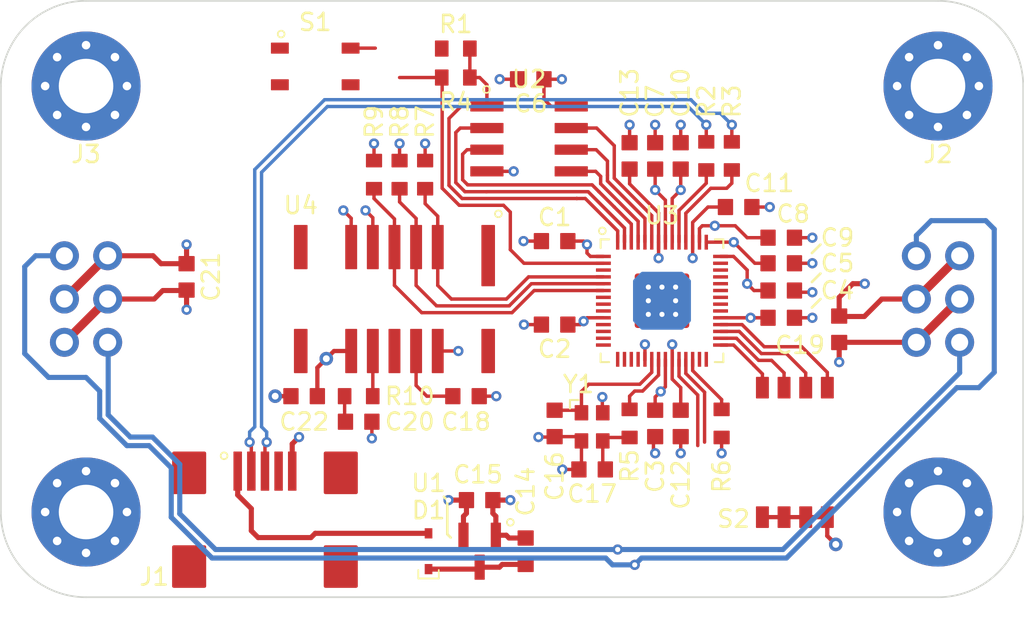
<source format=kicad_pcb>
(kicad_pcb (version 20220131) (generator pcbnew)
  (layers (0 "F.Cu" signal) (1 "In1.Cu" power) (2 "In2.Cu" power) (31 "B.Cu" signal) (34 "B.Paste" user) (35 "F.Paste" user) (36 "B.SilkS" user "B.Silkscreen") (37 "F.SilkS" user "F.Silkscreen") (38 "B.Mask" user) (39 "F.Mask" user) (44 "Edge.Cuts" user))
  (net 0 "")
  (net 1 "+3V3")
  (net 2 "GND")
  (net 3 "Net-(D1-K)")
  (net 4 "/VCORE")
  (net 5 "Net-(U3-XIN)")
  (net 6 "/DVDD")
  (net 7 "Net-(C20-Pad1)")
  (net 8 "/VBUS")
  (net 9 "/USB_DN")
  (net 10 "/USB_DP")
  (net 13 "/I2C_EXT_SDA")
  (net 14 "/I2C_EXT_SCL")
  (net 15 "/SPI_~{CS}")
  (net 16 "Net-(U3-USB_DP)")
  (net 17 "Net-(U3-USB_DM)")
  (net 18 "/~{BOOT}")
  (net 19 "Net-(U3-XOUT)")
  (net 20 "Net-(U3-RUN)")
  (net 21 "/I2C_INT_SDA")
  (net 22 "/I2C_INT_SCL")
  (net 23 "/I2C_INT_INT")
  (net 24 "/AVDD")
  (net 25 "/SPI_SD1")
  (net 26 "/SPI_SD2")
  (net 27 "/SPI_SD0")
  (net 28 "/SPI_SCLK")
  (net 29 "/SPI_SD3")
  (net 42 "/SWCLK")
  (net 43 "/SWDIO")
  (net 58 "Net-(C17-Pad1)")
  (net 59 "/ADDR_0")
  (net 60 "/ADDR_1")
  (net 61 "/ADDR_2")
  (net 62 "/ADDR_3")
  (footprint "00_pwt-temp_lib:C_0603" (layer "F.Cu") (at 155.8 77)
    (fp_text reference "C5")
    (fp_text value "100n" hide)
  )
  (footprint "00_pwt-temp_lib:R_0603" (layer "F.Cu") (at 131.9 70.2 -90)
    (fp_text reference "R9")
    (fp_text value "10k" hide)
  )
  (footprint "00_pwt-temp_lib:SOD_323" (layer "F.Cu") (at 135.1 92.3 90)
    (fp_text reference "D1")
    (fp_text value "D_SCH_40V_0.25A" hide)
  )
  (footprint "MountingHole:MountingHole_3.2mm_M3_Pad_Via" (layer "F.Cu") (at 165 65)
    (fp_text reference "H4" hide)
    (fp_text value "MountingHole_Pad" hide)
  )
  (footprint "00_pwt-temp_lib:MECH_BTN_SMD_SMALL" (layer "F.Cu") (at 128.45 63.85)
    (fp_text reference "S1")
    (fp_text value "MECH_BTN_SMD_SMALL" hide)
  )
  (footprint "00_pwt-temp_lib:C_0603" (layer "F.Cu") (at 138.1 89.3)
    (fp_text reference "C15")
    (fp_text value "1u" hide)
  )
  (footprint "00_pwt-temp_lib:C_0603" (layer "F.Cu") (at 120.9 76.2 -90)
    (fp_text reference "C21")
    (fp_text value "100n" hide)
  )
  (footprint "00_pwt-temp_lib:C_0603" (layer "F.Cu") (at 159.2 79.275 -90)
    (fp_text reference "C19")
    (fp_text value "100n" hide)
  )
  (footprint "00_pwt-temp_lib:C_0603" (layer "F.Cu") (at 140.8 92.3 90)
    (fp_text reference "C14")
    (fp_text value "1u" hide)
  )
  (footprint "00_pwt-temp_lib:C_0603" (layer "F.Cu") (at 142.5 84.8 -90)
    (fp_text reference "C16")
    (fp_text value "18p" hide)
  )
  (footprint "00_pwt-temp_lib:C_0603" (layer "F.Cu") (at 149.9 84.8 -90)
    (fp_text reference "C12")
    (fp_text value "100n" hide)
  )
  (footprint "00_pwt-temp_lib:C_0603" (layer "F.Cu") (at 153.3 72.1)
    (fp_text reference "C11")
    (fp_text value "1u" hide)
  )
  (footprint "00_pwt-temp_lib:CON_PH_2.54MM_2x3_VERT" (layer "F.Cu") (at 115 77.5)
    (fp_text reference "J3")
    (fp_text value "CON_PH_2.54MM_2x3_VERT" hide)
  )
  (footprint "00_pwt-temp_lib:OSC_ABM10" (layer "F.Cu") (at 144.7 85 90)
    (fp_text reference "Y1")
    (fp_text value "OSC_ABM10-12.000MHZ" hide)
  )
  (footprint "MountingHole:MountingHole_3.2mm_M3_Pad_Via" (layer "F.Cu") (at 115 65)
    (fp_text reference "H1" hide)
    (fp_text value "MountingHole_Pad" hide)
  )
  (footprint "MountingHole:MountingHole_3.2mm_M3_Pad_Via" (layer "F.Cu") (at 165 90)
    (fp_text reference "H3" hide)
    (fp_text value "MountingHole_Pad" hide)
  )
  (footprint "00_pwt-temp_lib:R_0603" (layer "F.Cu") (at 151.4 69.1 -90)
    (fp_text reference "R2")
    (fp_text value "27.4R" hide)
  )
  (footprint "00_pwt-temp_lib:C_0603" (layer "F.Cu") (at 155.8 78.6)
    (fp_text reference "C4")
    (fp_text value "100n" hide)
  )
  (footprint "00_pwt-temp_lib:R_0603" (layer "F.Cu") (at 152.3 84.8 90)
    (fp_text reference "R6")
    (fp_text value "10k" hide)
  )
  (footprint "00_pwt-temp_lib:C_0603" (layer "F.Cu") (at 146.9 69.1 90)
    (fp_text reference "C13")
    (fp_text value "100n" hide)
  )
  (footprint "00_pwt-temp_lib:R_0603" (layer "F.Cu") (at 152.9 69.1 -90)
    (fp_text reference "R3")
    (fp_text value "27.4R" hide)
  )
  (footprint "00_pwt-temp_lib:R_0603" (layer "F.Cu") (at 133.4 70.2 -90)
    (fp_text reference "R8")
    (fp_text value "10k" hide)
  )
  (footprint "00_pwt-temp_lib:C_0603" (layer "F.Cu") (at 142.5 79 180)
    (fp_text reference "C2")
    (fp_text value "100n" hide)
  )
  (footprint "00_pwt-temp_lib:IC_RP2040" (layer "F.Cu") (at 148.8 77.6)
    (fp_text reference "U3")
    (fp_text value "IC_RP2040" hide)
  )
  (footprint "00_pwt-temp_lib:R_0603" (layer "F.Cu") (at 131 83.2)
    (fp_text reference "R10")
    (fp_text value "20R" hide)
  )
  (footprint "00_pwt-temp_lib:IC_W25Q16JV" (layer "F.Cu") (at 141 68.1)
    (fp_text reference "U2")
    (fp_text value "IC_W25Q16JV" hide)
  )
  (footprint "00_pwt-temp_lib:CON_PH_2.54MM_2x3_VERT" (layer "F.Cu") (at 165 77.5)
    (fp_text reference "J2")
    (fp_text value "CON_PH_2.54MM_2x3_VERT" hide)
  )
  (footprint "00_pwt-temp_lib:MECH_SW_DIP4_SMD" (layer "F.Cu") (at 156.6 86.5 180)
    (fp_text reference "S2")
    (fp_text value "MECH_SW_DIP4_SMD" hide)
  )
  (footprint "00_pwt-temp_lib:C_0603" (layer "F.Cu") (at 137.3 83.2)
    (fp_text reference "C18")
    (fp_text value "1u" hide)
  )
  (footprint "MountingHole:MountingHole_3.2mm_M3_Pad_Via" (layer "F.Cu") (at 115 90)
    (fp_text reference "H2" hide)
    (fp_text value "MountingHole_Pad" hide)
  )
  (footprint "00_pwt-temp_lib:SOT_23_3" (layer "F.Cu") (at 138.1 92.3 -90)
    (fp_text reference "U1")
    (fp_text value "PMIC_LDO_3V3_0.2A" hide)
  )
  (footprint "00_pwt-temp_lib:R_0603" (layer "F.Cu") (at 146.9 84.8 90)
    (fp_text reference "R5")
    (fp_text value "1k" hide)
  )
  (footprint "00_pwt-temp_lib:C_0603" (layer "F.Cu") (at 155.8 73.9)
    (fp_text reference "C8")
    (fp_text value "1u" hide)
  )
  (footprint "00_pwt-temp_lib:R_0603" (layer "F.Cu") (at 134.9 70.2 -90)
    (fp_text reference "R7")
    (fp_text value "10k" hide)
  )
  (footprint "00_pwt-temp_lib:IC_AMG8834" (layer "F.Cu") (at 133.1 77.5 180)
    (fp_text reference "U4")
    (fp_text value "IC_AMG8834" hide)
  )
  (footprint "00_pwt-temp_lib:C_0603" (layer "F.Cu") (at 149.9 69.1 90)
    (fp_text reference "C10")
    (fp_text value "100n" hide)
  )
  (footprint "00_pwt-temp_lib:R_0603" (layer "F.Cu") (at 136.7 64.5 180)
    (fp_text reference "R4")
    (fp_text value "1k" hide)
  )
  (footprint "00_pwt-temp_lib:C_0603" (layer "F.Cu") (at 148.4 84.8 -90)
    (fp_text reference "C3")
    (fp_text value "100nF" hide)
  )
  (footprint "00_pwt-temp_lib:C_0603" (layer "F.Cu") (at 141.1 64.6 180)
    (fp_text reference "C6")
    (fp_text value "100nF" hide)
  )
  (footprint "00_pwt-temp_lib:C_0603" (layer "F.Cu") (at 131 84.7)
    (fp_text reference "C20")
    (fp_text value "1u" hide)
  )
  (footprint "00_pwt-temp_lib:R_0603" (layer "F.Cu") (at 136.7 62.8)
    (fp_text reference "R1")
    (fp_text value "10k" hide)
  )
  (footprint "00_pwt-temp_lib:C_0603" (layer "F.Cu") (at 127.8 83.2 180)
    (fp_text reference "C22")
    (fp_text value "10u" hide)
  )
  (footprint "00_pwt-temp_lib:CON_USB_B_MINI" (layer "F.Cu") (at 125.5 96.1 90)
    (fp_text reference "J1")
    (fp_text value "CON_USB_B_MINI" hide)
  )
  (footprint "00_pwt-temp_lib:C_0603" (layer "F.Cu") (at 142.5 74.1 180)
    (fp_text reference "C1")
    (fp_text value "100n" hide)
  )
  (footprint "00_pwt-temp_lib:C_0603" (layer "F.Cu") (at 155.8 75.4)
    (fp_text reference "C9")
    (fp_text value "100n" hide)
  )
  (footprint "00_pwt-temp_lib:C_0603" (layer "F.Cu") (at 144.7 87.5 180)
    (fp_text reference "C17")
    (fp_text value "18p" hide)
  )
  (footprint "00_pwt-temp_lib:C_0603" (layer "F.Cu") (at 148.4 69.1 90)
    (fp_text reference "C7")
    (fp_text value "100n" hide)
  )
  (gr_line (start 136.2 89.3) (end 136 89.1) (stroke (width 0.15)) (layer "F.SilkS"))
  (gr_line (start 136.2 91.3) (end 136.4 91.5) (stroke (width 0.15)) (layer "F.SilkS"))
  (gr_line (start 158.1 74.3) (end 157.6 74.8) (stroke (width 0.15)) (layer "F.SilkS"))
  (gr_line (start 136.2 89.3) (end 136.2 90.6) (stroke (width 0.15)) (layer "F.SilkS"))
  (gr_line (start 158.1 77.5) (end 157.6 78) (stroke (width 0.15)) (layer "F.SilkS"))
  (gr_line (start 158.1 76) (end 157.6 76.5) (stroke (width 0.15)) (layer "F.SilkS"))
  (gr_line (start 136.2 90.6) (end 136.2 91.3) (stroke (width 0.15)) (layer "F.SilkS"))
  (gr_line (start 110 65) (end 110 90) (stroke (width 0.1)) (layer "Edge.Cuts"))
  (gr_line (start 115 95) (end 165 95) (stroke (width 0.1)) (layer "Edge.Cuts"))
  (gr_arc (start 170 90) (mid 168.535534 93.535534) (end 165 95) (stroke (width 0.1)) (layer "Edge.Cuts"))
  (gr_arc (start 110 65) (mid 111.464466 61.464466) (end 115 60) (stroke (width 0.1)) (layer "Edge.Cuts"))
  (gr_arc (start 115 95) (mid 111.464466 93.535534) (end 110 90) (stroke (width 0.1)) (layer "Edge.Cuts"))
  (gr_arc (start 165 60) (mid 168.535534 61.464466) (end 170 65) (stroke (width 0.1)) (layer "Edge.Cuts"))
  (gr_line (start 170 90) (end 170 65) (stroke (width 0.1)) (layer "Edge.Cuts"))
  (gr_line (start 165 60) (end 115 60) (stroke (width 0.1)) (layer "Edge.Cuts"))
  (segment (start 120.9 75.425) (end 119.4 75.425) (width 0.3) (layer "F.Cu") (net 1))
  (segment (start 144.2 74.1) (end 143.275 74.1) (width 0.2) (layer "F.Cu") (net 1))
  (segment (start 133.4 69.4) (end 133.4 68.375) (width 0.2) (layer "F.Cu") (net 1))
  (segment (start 148.4 83.25) (end 148.4 84.025) (width 0.2) (layer "F.Cu") (net 1))
  (segment (start 153.8 75.8) (end 153.8 76.6) (width 0.2) (layer "F.Cu") (net 1))
  (segment (start 153.0125 74.1625) (end 154.25 75.4) (width 0.2) (layer "F.Cu") (net 1))
  (segment (start 153.1 73.2) (end 153.8 73.9) (width 0.2) (layer "F.Cu") (net 1))
  (segment (start 120.9 75.425) (end 120.9 74.3) (width 0.3) (layer "F.Cu") (net 1))
  (segment (start 166.27 74.96) (end 163.73 77.5) (width 0.5) (layer "F.Cu") (net 1))
  (segment (start 113.73 77.5) (end 116.27 74.96) (width 0.5) (layer "F.Cu") (net 1))
  (segment (start 142.295 66.195) (end 141.875 65.775) (width 0.2) (layer "F.Cu") (net 1))
  (segment (start 149 74.1625) (end 149 71.7) (width 0.2) (layer "F.Cu") (net 1))
  (segment (start 151.4 74.1625) (end 152.7625 74.1625) (width 0.2) (layer "F.Cu") (net 1))
  (segment (start 144.4 74.8) (end 144.4 74.3) (width 0.2) (layer "F.Cu") (net 1))
  (segment (start 137.325 90.075) (end 137.15 90.25) (width 0.3) (layer "F.Cu") (net 1))
  (segment (start 152.3 85.6) (end 152.3 86.55) (width 0.2) (layer "F.Cu") (net 1))
  (segment (start 151 74.1625) (end 151 73.365006) (width 0.2) (layer "F.Cu") (net 1))
  (segment (start 151.9 73.2) (end 153.1 73.2) (width 0.2) (layer "F.Cu") (net 1))
  (segment (start 131.9 69.4) (end 131.9 68.375) (width 0.2) (layer "F.Cu") (net 1))
  (segment (start 153.8 76.6) (end 154.2 77) (width 0.2) (layer "F.Cu") (net 1))
  (segment (start 128.575 83.2) (end 128.575 81.525) (width 0.25) (layer "F.Cu") (net 1))
  (segment (start 145.3625 75) (end 144.6 75) (width 0.2) (layer "F.Cu") (net 1))
  (segment (start 128.575 81.525) (end 129.1 81) (width 0.25) (layer "F.Cu") (net 1))
  (segment (start 160.675 78.525) (end 161.7 77.5) (width 0.3) (layer "F.Cu") (net 1))
  (segment (start 149.9 71.1) (end 149.9 69.875) (width 0.2) (layer "F.Cu") (net 1))
  (segment (start 159.2 77.4) (end 159.2 78.525) (width 0.3) (layer "F.Cu") (net 1))
  (segment (start 152.7625 74.1625) (end 153.0125 74.1625) (width 0.2) (layer "F.Cu") (net 1))
  (segment (start 134.9 69.4) (end 134.9 68.375) (width 0.2) (layer "F.Cu") (net 1))
  (segment (start 154.2 77) (end 155.025 77) (width 0.2) (layer "F.Cu") (net 1))
  (segment (start 144.4 78.6) (end 145.3625 78.6) (width 0.2) (layer "F.Cu") (net 1))
  (segment (start 116.27 74.96) (end 118.935 74.96) (width 0.3) (layer "F.Cu") (net 1))
  (segment (start 137.1 91.1) (end 137.2 91) (width 0.2) (layer "F.Cu") (net 1))
  (segment (start 159.2 78.525) (end 160.675 78.525) (width 0.3) (layer "F.Cu") (net 1))
  (segment (start 148.725 82.925) (end 148.4 83.25) (width 0.2) (layer "F.Cu") (net 1))
  (segment (start 144.4 74.3) (end 144.2 74.1) (width 0.2) (layer "F.Cu") (net 1))
  (segment (start 148.4 71.1) (end 148.4 69.875) (width 0.2) (layer "F.Cu") (net 1))
  (segment (start 161.7 77.5) (end 163.73 77.5) (width 0.3) (layer "F.Cu") (net 1))
  (segment (start 137.3 89.3) (end 136.275 89.3) (width 0.2) (layer "F.Cu") (net 1))
  (segment (start 141.9 64.6) (end 142.925 64.6) (width 0.2) (layer "F.Cu") (net 1))
  (segment (start 153.8 73.9) (end 155.025 73.9) (width 0.2) (layer "F.Cu") (net 1))
  (segment (start 137.15 91.05) (end 137.15 91.3625) (width 0.3) (layer "F.Cu") (net 1))
  (segment (start 118.935 74.96) (end 119.4 75.425) (width 0.3) (layer "F.Cu") (net 1))
  (segment (start 160 76.6) (end 159.2 77.4) (width 0.3) (layer "F.Cu") (net 1))
  (segment (start 160.7 76.6) (end 160 76.6) (width 0.3) (layer "F.Cu") (net 1))
  (segment (start 149 82.65) (end 148.725 82.925) (width 0.2) (layer "F.Cu") (net 1))
  (segment (start 143.475 66.195) (end 142.295 66.195) (width 0.2) (layer "F.Cu") (net 1))
  (segment (start 149.4 71.6) (end 149.9 71.1) (width 0.2) (layer "F.Cu") (net 1))
  (segment (start 154 78.6) (end 152.2375 78.6) (width 0.2) (layer "F.Cu") (net 1))
  (segment (start 149.4 74.1625) (end 149.4 71.6) (width 0.2) (layer "F.Cu") (net 1))
  (segment (start 149 81.0375) (end 149 82.65) (width 0.2) (layer "F.Cu") (net 1))
  (segment (start 141.875 65.775) (end 141.875 64.6) (width 0.2) (layer "F.Cu") (net 1))
  (segment (start 137.325 89.3) (end 136.275 89.3) (width 0.3) (layer "F.Cu") (net 1))
  (segment (start 144.6 75) (end 144.4 74.8) (width 0.2) (layer "F.Cu") (net 1))
  (segment (start 144.2 78.8) (end 144.4 78.6) (width 0.2) (layer "F.Cu") (net 1))
  (segment (start 137.1 91.4125) (end 137.1 91.1) (width 0.2) (layer "F.Cu") (net 1))
  (segment (start 153 75) (end 153.8 75.8) (width 0.2) (layer "F.Cu") (net 1))
  (segment (start 151.165006 73.2) (end 151.9 73.2) (width 0.2) (layer "F.Cu") (net 1))
  (segment (start 154.25 75.4) (end 155.025 75.4) (width 0.2) (layer "F.Cu") (net 1))
  (segment (start 152.2375 75) (end 153 75) (width 0.2) (layer "F.Cu") (net 1))
  (segment (start 144 79) (end 144.2 78.8) (width 0.2) (layer "F.Cu") (net 1))
  (segment (start 129.1 81) (end 129.55 80.55) (width 0.25) (layer "F.Cu") (net 1))
  (segment (start 143.275 79) (end 144 79) (width 0.2) (layer "F.Cu") (net 1))
  (segment (start 137.325 89.3) (end 137.325 90.075) (width 0.3) (layer "F.Cu") (net 1))
  (segment (start 151 73.365006) (end 151.165006 73.2) (width 0.2) (layer "F.Cu") (net 1))
  (segment (start 129.55 80.55) (end 130.56 80.55) (width 0.25) (layer "F.Cu") (net 1))
  (segment (start 137.2 91) (end 137.15 91.05) (width 0.3) (layer "F.Cu") (net 1))
  (segment (start 137.15 90.25) (end 137.15 91.3625) (width 0.3) (layer "F.Cu") (net 1))
  (segment (start 149 71.7) (end 148.4 71.1) (width 0.2) (layer "F.Cu") (net 1))
  (segment (start 135.64 80.55) (end 136.85 80.55) (width 0.2) (layer "F.Cu") (net 1))
  (segment (start 155.025 78.6) (end 154 78.6) (width 0.2) (layer "F.Cu") (net 1))
  (via (at 148.4 71.1) (size 0.6) (drill 0.3) (layers "F.Cu" "B.Cu") (net 1))
  (via (at 131.9 68.375) (size 0.6) (drill 0.3) (layers "F.Cu" "B.Cu") (net 1))
  (via (at 129.1 81) (size 0.8) (drill 0.4) (layers "F.Cu" "B.Cu") (net 1))
  (via (at 120.9 74.3) (size 0.6) (drill 0.3) (layers "F.Cu" "B.Cu") (net 1))
  (via (at 142.925 64.6) (size 0.6) (drill 0.3) (layers "F.Cu" "B.Cu") (net 1))
  (via (at 151.9 73.2) (size 0.6) (drill 0.3) (layers "F.Cu" "B.Cu") (net 1))
  (via (at 160.7 76.6) (size 0.6) (drill 0.3) (layers "F.Cu" "B.Cu") (net 1))
  (via (at 144.2 78.8) (size 0.6) (drill 0.3) (layers "F.Cu" "B.Cu") (net 1))
  (via (at 133.4 68.375) (size 0.6) (drill 0.3) (layers "F.Cu" "B.Cu") (net 1))
  (via (at 148.725 82.925) (size 0.6) (drill 0.3) (layers "F.Cu" "B.Cu") (net 1))
  (via (at 153.0125 74.1625) (size 0.6) (drill 0.3) (layers "F.Cu" "B.Cu") (net 1))
  (via (at 136.275 89.3) (size 0.6) (drill 0.3) (layers "F.Cu" "B.Cu") (net 1))
  (via (at 144.4 74.3) (size 0.6) (drill 0.3) (layers "F.Cu" "B.Cu") (net 1))
  (via (at 136.85 80.55) (size 0.6) (drill 0.3) (layers "F.Cu" "B.Cu") (net 1))
  (via (at 152.3 86.55) (size 0.6) (drill 0.3) (layers "F.Cu" "B.Cu") (net 1))
  (via (at 153.8 76.6) (size 0.6) (drill 0.3) (layers "F.Cu" "B.Cu") (net 1))
  (via (at 149.9 71.1) (size 0.6) (drill 0.3) (layers "F.Cu" "B.Cu") (net 1))
  (via (at 134.9 68.375) (size 0.6) (drill 0.3) (layers "F.Cu" "B.Cu") (net 1))
  (via (at 154 78.6) (size 0.6) (drill 0.3) (layers "F.Cu" "B.Cu") (net 1))
  (segment (start 147.8 81.1) (end 147.8 80.1625) (width 0.2) (layer "F.Cu") (net 2))
  (segment (start 159.2 80.075) (end 159.2 81.2) (width 0.3) (layer "F.Cu") (net 2))
  (segment (start 138.1 83.2) (end 139.075 83.2) (width 0.2) (layer "F.Cu") (net 2))
  (segment (start 130.56 72.76) (end 130.1 72.3) (width 0.2) (layer "F.Cu") (net 2))
  (segment (start 159.235 80.04) (end 159.2 80.075) (width 0.3) (layer "F.Cu") (net 2))
  (segment (start 131.83 74.45) (end 131.83 72.73) (width 0.2) (layer "F.Cu") (net 2))
  (segment (start 156.6 77.1) (end 157.625 77.1) (width 0.2) (layer "F.Cu") (net 2))
  (segment (start 127.1 87.6) (end 127.1 86) (width 0.3) (layer "F.Cu") (net 2))
  (segment (start 138.875 90.075) (end 139.05 90.25) (width 0.3) (layer "F.Cu") (net 2))
  (segment (start 120.9 77) (end 120.9 78.125) (width 0.3) (layer "F.Cu") (net 2))
  (segment (start 142.5 85.6) (end 141.55 85.6) (width 0.2) (layer "F.Cu") (net 2))
  (segment (start 149.9 68.3) (end 149.9 67.275) (width 0.2) (layer "F.Cu") (net 2))
  (segment (start 156.6 78.6) (end 157.625 78.6) (width 0.2) (layer "F.Cu") (net 2))
  (segment (start 139.05 90.25) (end 139.05 91.3625) (width 0.3) (layer "F.Cu") (net 2))
  (segment (start 127.1 86) (end 127.5 85.6) (width 0.3) (layer "F.Cu") (net 2))
  (segment (start 119 77.5) (end 119.465 77.035) (width 0.3) (layer "F.Cu") (net 2))
  (segment (start 158.5 90.305) (end 158.5 91) (width 0.25) (layer "F.Cu") (net 2))
  (segment (start 148.3 85.4) (end 148.3 86.35) (width 0.2) (layer "F.Cu") (net 2))
  (segment (start 131.83 72.73) (end 131.4 72.3) (width 0.2) (layer "F.Cu") (net 2))
  (segment (start 156.6 75.4) (end 157.625 75.4) (width 0.2) (layer "F.Cu") (net 2))
  (segment (start 140.3 64.6) (end 139.275 64.6) (width 0.2) (layer "F.Cu") (net 2))
  (segment (start 141.7 74.1) (end 140.675 74.1) (width 0.2) (layer "F.Cu") (net 2))
  (segment (start 143.825 85.575) (end 144.075 85.825) (width 0.2) (layer "F.Cu") (net 2))
  (segment (start 141.7 79) (end 140.675 79) (width 0.2) (layer "F.Cu") (net 2))
  (segment (start 142.5 85.575) (end 143.825 85.575) (width 0.2) (layer "F.Cu") (net 2))
  (segment (start 158.505 90.3) (end 158.5 90.305) (width 0.25) (layer "F.Cu") (net 2))
  (segment (start 116.3 77.5) (end 118.965 77.5) (width 0.3) (layer "F.Cu") (net 2))
  (segment (start 131.775 84.7) (end 131.775 85.675) (width 0.2) (layer "F.Cu") (net 2))
  (segment (start 149.9 85.6) (end 149.9 86.55) (width 0.2) (layer "F.Cu") (net 2))
  (segment (start 166.27 77.5) (end 163.73 80.04) (width 0.5) (layer "F.Cu") (net 2))
  (segment (start 148.4 68.3) (end 148.4 67.275) (width 0.2) (layer "F.Cu") (net 2))
  (segment (start 138.875 89.3) (end 138.875 90.075) (width 0.3) (layer "F.Cu") (net 2))
  (segment (start 163.73 80.04) (end 159.235 80.04) (width 0.3) (layer "F.Cu") (net 2))
  (segment (start 146.9 68.3) (end 146.9 67.275) (width 0.2) (layer "F.Cu") (net 2))
  (segment (start 144.075 85.825) (end 144.075 87.35) (width 0.2) (layer "F.Cu") (net 2))
  (segment (start 154.1 72.1) (end 155.125 72.1) (width 0.2) (layer "F.Cu") (net 2))
  (segment (start 127.025 83.2) (end 126.1 83.2) (width 0.25) (layer "F.Cu") (net 2))
  (segment (start 139.05 91.3625) (end 139.6625 91.3625) (width 0.3) (layer "F.Cu") (net 2))
  (segment (start 138.525 70.005) (end 140.095 70.005) (width 0.2) (layer "F.Cu") (net 2))
  (segment (start 139.825 91.525) (end 140.8 91.525) (width 0.3) (layer "F.Cu") (net 2))
  (segment (start 121 77) (end 119.5 77) (width 0.3) (layer "F.Cu") (net 2))
  (segment (start 158.5 91) (end 158.5 91.4) (width 0.25) (layer "F.Cu") (net 2))
  (segment (start 158.5 91.4) (end 159 91.9) (width 0.25) (layer "F.Cu") (net 2))
  (segment (start 130.56 74.45) (end 130.56 72.76) (width 0.2) (layer "F.Cu") (net 2))
  (segment (start 144.075 87.35) (end 143.925 87.5) (width 0.2) (layer "F.Cu") (net 2))
  (segment (start 143.925 85.975) (end 144.075 85.825) (width 0.2) (layer "F.Cu") (net 2))
  (segment (start 145.325 84.175) (end 145.3 84.15) (width 0.2) (layer "F.Cu") (net 2))
  (segment (start 139.6625 91.3625) (end 139.825 91.525) (width 0.3) (layer "F.Cu") (net 2))
  (segment (start 145.3 84.2) (end 145.3 83.25) (width 0.2) (layer "F.Cu") (net 2))
  (segment (start 113.73 80.04) (end 116.27 77.5) (width 0.5) (layer "F.Cu") (net 2))
  (segment (start 156.575 73.9) (end 157.625 73.9) (width 0.2) (layer "F.Cu") (net 2))
  (segment (start 143.9 87.5) (end 142.95 87.5) (width 0.2) (layer "F.Cu") (net 2))
  (segment (start 138.875 89.3) (end 139.9 89.3) (width 0.3) (layer "F.Cu") (net 2))
  (segment (start 158.505 90.3) (end 154.695 90.3) (width 0.25) (layer "F.Cu") (net 2))
  (via (at 142.95 87.5) (size 0.6) (drill 0.3) (layers "F.Cu" "B.Cu") (net 2))
  (via (at 120.9 78.125) (size 0.6) (drill 0.3) (layers "F.Cu" "B.Cu") (net 2))
  (via (at 140.095 70.005) (size 0.6) (drill 0.3) (layers "F.Cu" "B.Cu") (net 2))
  (via (at 157.625 73.9) (size 0.6) (drill 0.3) (layers "F.Cu" "B.Cu") (net 2))
  (via (at 149.6 76.8) (size 0.6) (drill 0.3) (layers "F.Cu" "B.Cu") (net 2))
  (via (at 131.4 72.3) (size 0.6) (drill 0.3) (layers "F.Cu" "B.Cu") (net 2))
  (via (at 149.6 77.6) (size 0.6) (drill 0.3) (layers "F.Cu" "B.Cu") (net 2))
  (via (at 139.9 89.3) (size 0.6) (drill 0.3) (layers "F.Cu" "B.Cu") (net 2))
  (via (at 131.775 85.675) (size 0.6) (drill 0.3) (layers "F.Cu" "B.Cu") (net 2))
  (via (at 148 76.8) (size 0.6) (drill 0.3) (layers "F.Cu" "B.Cu") (net 2))
  (via (at 157.625 78.6) (size 0.6) (drill 0.3) (layers "F.Cu" "B.Cu") (net 2))
  (via (at 145.3 83.25) (size 0.6) (drill 0.3) (layers "F.Cu" "B.Cu") (net 2))
  (via (at 148.8 78.4) (size 0.6) (drill 0.3) (layers "F.Cu" "B.Cu") (net 2))
  (via (at 148.8 76.8) (size 0.6) (drill 0.3) (layers "F.Cu" "B.Cu") (net 2))
  (via (at 159.2 81.2) (size 0.6) (drill 0.3) (layers "F.Cu" "B.Cu") (net 2))
  (via (at 140.7 79) (size 0.6) (drill 0.3) (layers "F.Cu" "B.Cu") (net 2))
  (via (at 157.625 77.1) (size 0.6) (drill 0.3) (layers "F.Cu" "B.Cu") (net 2))
  (via (at 148.4 67.275) (size 0.6) (drill 0.3) (layers "F.Cu" "B.Cu") (net 2))
  (via (at 149.9 86.55) (size 0.6) (drill 0.3) (layers "F.Cu" "B.Cu") (net 2))
  (via (at 157.625 75.4) (size 0.6) (drill 0.3) (layers "F.Cu" "B.Cu") (net 2))
  (via (at 130.1 72.3) (size 0.6) (drill 0.3) (layers "F.Cu" "B.Cu") (net 2))
  (via (at 148 78.4) (size 0.6) (drill 0.3) (layers "F.Cu" "B.Cu") (net 2))
  (via (at 155.125 72.1) (size 0.6) (drill 0.3) (layers "F.Cu" "B.Cu") (net 2))
  (via (at 127.5 85.6) (size 0.6) (drill 0.3) (layers "F.Cu" "B.Cu") (net 2))
  (via (at 139.075 83.2) (size 0.6) (drill 0.3) (layers "F.Cu" "B.Cu") (net 2))
  (via (at 149.6 78.4) (size 0.6) (drill 0.3) (layers "F.Cu" "B.Cu") (net 2))
  (via (at 147.8 80.1625) (size 0.6) (drill 0.3) (layers "F.Cu" "B.Cu") (net 2))
  (via (at 148.4 86.55) (size 0.6) (drill 0.3) (layers "F.Cu" "B.Cu") (net 2))
  (via (at 126.1 83.2) (size 0.8) (drill 0.4) (layers "F.Cu" "B.Cu") (net 2))
  (via (at 141.55 85.6) (size 0.6) (drill 0.3) (layers "F.Cu" "B.Cu") (net 2))
  (via (at 146.9 67.275) (size 0.6) (drill 0.3) (layers "F.Cu" "B.Cu") (net 2))
  (via (at 148 77.6) (size 0.6) (drill 0.3) (layers "F.Cu" "B.Cu") (net 2))
  (via (at 149.9 67.275) (size 0.6) (drill 0.3) (layers "F.Cu" "B.Cu") (net 2))
  (via (at 159 91.9) (size 0.8) (drill 0.4) (layers "F.Cu" "B.Cu") (net 2))
  (via (at 140.675 74.1) (size 0.6) (drill 0.3) (layers "F.Cu" "B.Cu") (net 2))
  (via (at 139.275 64.6) (size 0.6) (drill 0.3) (layers "F.Cu" "B.Cu") (net 2))
  (segment (start 140.8 93.075) (end 139.425 93.075) (width 0.3) (layer "F.Cu") (net 3))
  (segment (start 137.9875 93.35) (end 138.1 93.2375) (width 0.3) (layer "F.Cu") (net 3))
  (segment (start 135.1 93.35) (end 137.9875 93.35) (width 0.3) (layer "F.Cu") (net 3))
  (segment (start 138.1 93.2375) (end 139.2625 93.2375) (width 0.3) (layer "F.Cu") (net 3))
  (segment (start 139.2625 93.2375) (end 139.425 93.075) (width 0.3) (layer "F.Cu") (net 3))
  (segment (start 150.6 74.1625) (end 150.6 73) (width 0.2) (layer "F.Cu") (net 4))
  (segment (start 150.6 73) (end 151.5 72.1) (width 0.2) (layer "F.Cu") (net 4))
  (segment (start 148.6 72.439976) (end 146.9 70.739976) (width 0.2) (layer "F.Cu") (net 4))
  (segment (start 149.9 84.025) (end 149.9 82.7) (width 0.2) (layer "F.Cu") (net 4))
  (segment (start 148.6 75.1) (end 148.6 74.1625) (width 0.2) (layer "F.Cu") (net 4))
  (segment (start 150.6 74.1625) (end 150.6 75.1) (width 0.2) (layer "F.Cu") (net 4))
  (segment (start 146.9 70.739976) (end 146.9 69.875) (width 0.2) (layer "F.Cu") (net 4))
  (segment (start 151.5 72.1) (end 152.525 72.1) (width 0.2) (layer "F.Cu") (net 4))
  (segment (start 149.4 81.1) (end 149.4 80.1625) (width 0.2) (layer "F.Cu") (net 4))
  (segment (start 148.6 74.1625) (end 148.6 72.439976) (width 0.2) (layer "F.Cu") (net 4))
  (segment (start 149.9 82.7) (end 149.4 82.2) (width 0.2) (layer "F.Cu") (net 4))
  (segment (start 149.4 82.2) (end 149.4 81.0375) (width 0.2) (layer "F.Cu") (net 4))
  (via (at 150.6 75.1) (size 0.6) (drill 0.3) (layers "F.Cu" "B.Cu") (net 4))
  (via (at 148.6 75.1) (size 0.6) (drill 0.3) (layers "F.Cu" "B.Cu") (net 4))
  (via (at 149.4 80.1625) (size 0.6) (drill 0.3) (layers "F.Cu" "B.Cu") (net 4))
  (segment (start 142.5 84.025) (end 143.925 84.025) (width 0.2) (layer "F.Cu") (net 5))
  (segment (start 143.925 84.025) (end 144.075 84.175) (width 0.2) (layer "F.Cu") (net 5))
  (segment (start 148.2 81.0375) (end 148.2 81.00048) (width 0.2) (layer "F.Cu") (net 5))
  (segment (start 147.5 82.5) (end 144.5 82.5) (width 0.2) (layer "F.Cu") (net 5))
  (segment (start 148.2 81.8) (end 147.5 82.5) (width 0.2) (layer "F.Cu") (net 5))
  (segment (start 148.2 81.00048) (end 148.20048 81) (width 0.2) (layer "F.Cu") (net 5))
  (segment (start 148.2 81.0375) (end 148.2 81.8) (width 0.2) (layer "F.Cu") (net 5))
  (segment (start 144.5 82.5) (end 144.075 82.925) (width 0.2) (layer "F.Cu") (net 5))
  (segment (start 144.075 82.925) (end 144.075 84.175) (width 0.2) (layer "F.Cu") (net 5))
  (segment (start 134.37 82.57) (end 135 83.2) (width 0.2) (layer "F.Cu") (net 6))
  (segment (start 134.37 80.55) (end 134.37 82.57) (width 0.2) (layer "F.Cu") (net 6))
  (segment (start 135 83.2) (end 136.525 83.2) (width 0.2) (layer "F.Cu") (net 6))
  (segment (start 130.175 83.2) (end 130.175 84.65) (width 0.2) (layer "F.Cu") (net 7))
  (segment (start 130.175 84.65) (end 130.225 84.7) (width 0.2) (layer "F.Cu") (net 7))
  (segment (start 125.1 91.5) (end 128.2 91.5) (width 0.3) (layer "F.Cu") (net 8))
  (segment (start 123.9 89) (end 124.7 89.8) (width 0.3) (layer "F.Cu") (net 8))
  (segment (start 124.8 91.2) (end 125.1 91.5) (width 0.3) (layer "F.Cu") (net 8))
  (segment (start 128.45 91.25) (end 135.1 91.25) (width 0.3) (layer "F.Cu") (net 8))
  (segment (start 128.45 91.25) (end 128.2 91.5) (width 0.3) (layer "F.Cu") (net 8))
  (segment (start 124.8 91.2) (end 124.7 91.1) (width 0.3) (layer "F.Cu") (net 8))
  (segment (start 123.9 87.6) (end 123.9 89) (width 0.3) (layer "F.Cu") (net 8))
  (segment (start 124.7 91.1) (end 124.7 89.8) (width 0.3) (layer "F.Cu") (net 8))
  (segment (start 124.7 87.6) (end 124.7 86) (width 0.2) (layer "F.Cu") (net 9))
  (segment (start 152.9 68.3) (end 152.9 67.275) (width 0.2) (layer "F.Cu") (net 9))
  (segment (start 124.7 86) (end 124.6 85.9) (width 0.2) (layer "F.Cu") (net 9))
  (via (at 124.6 85.9) (size 0.6) (drill 0.3) (layers "F.Cu" "B.Cu") (net 9))
  (via (at 152.9 67.275) (size 0.6) (drill 0.3) (layers "F.Cu" "B.Cu") (net 9))
  (segment (start 151.290006 66.6) (end 152.225 66.6) (width 0.2) (layer "B.Cu") (net 9))
  (segment (start 128.999519 65.800481) (end 148.59952 65.80048) (width 0.2) (layer "B.Cu") (net 9))
  (segment (start 124.9 69.9) (end 128.999519 65.800481) (width 0.2) (layer "B.Cu") (net 9))
  (segment (start 150.5 65.8) (end 150.5 65.809994) (width 0.2) (layer "B.Cu") (net 9))
  (segment (start 124.9 85) (end 124.9 69.9) (width 0.2) (layer "B.Cu") (net 9))
  (segment (start 152.225 66.6) (end 152.9 67.275) (width 0.2) (layer "B.Cu") (net 9))
  (segment (start 124.6 85.3) (end 124.9 85) (width 0.2) (layer "B.Cu") (net 9))
  (segment (start 148.59952 65.80048) (end 148.6 65.8) (width 0.2) (layer "B.Cu") (net 9))
  (segment (start 148.6 65.8) (end 150.5 65.8) (width 0.2) (layer "B.Cu") (net 9))
  (segment (start 150.5 65.809994) (end 151.290006 66.6) (width 0.2) (layer "B.Cu") (net 9))
  (segment (start 124.6 85.9) (end 124.6 85.3) (width 0.2) (layer "B.Cu") (net 9))
  (segment (start 151.4 68.3) (end 151.4 67.275) (width 0.2) (layer "F.Cu") (net 10))
  (segment (start 125.5 87.6) (end 125.5 86) (width 0.2) (layer "F.Cu") (net 10))
  (segment (start 125.5 86) (end 125.6 85.9) (width 0.2) (layer "F.Cu") (net 10))
  (via (at 125.6 85.9) (size 0.6) (drill 0.3) (layers "F.Cu" "B.Cu") (net 10))
  (via (at 151.4 67.275) (size 0.6) (drill 0.3) (layers "F.Cu" "B.Cu") (net 10))
  (segment (start 125.3 85) (end 125.3 70.065006) (width 0.2) (layer "B.Cu") (net 10))
  (segment (start 125.6 85.3) (end 125.3 85) (width 0.2) (layer "B.Cu") (net 10))
  (segment (start 129.165006 66.2) (end 150.325 66.2) (width 0.2) (layer "B.Cu") (net 10))
  (segment (start 125.3 70.065006) (end 129.165006 66.2) (width 0.2) (layer "B.Cu") (net 10))
  (segment (start 125.6 85.9) (end 125.6 85.3) (width 0.2) (layer "B.Cu") (net 10))
  (segment (start 150.325 66.2) (end 151.4 67.275) (width 0.2) (layer "B.Cu") (net 10))
  (via (at 147.2 93.1) (size 0.6) (drill 0.3) (layers "F.Cu" "B.Cu") (net 13))
  (segment (start 155.3 92.699519) (end 147.600481 92.699519) (width 0.3) (layer "B.Cu") (net 13))
  (segment (start 120.00048 87.406908) (end 118.696786 86.103214) (width 0.3) (layer "B.Cu") (net 13))
  (segment (start 166.106428 82.7) (end 156.106907 92.69952) (width 0.3) (layer "B.Cu") (net 13))
  (segment (start 138.3 92.7) (end 122.393573 92.7) (width 0.3) (layer "B.Cu") (net 13))
  (segment (start 115 82.1) (end 112.8 82.1) (width 0.3) (layer "B.Cu") (net 13))
  (segment (start 138.30048 92.69952) (end 138.3 92.7) (width 0.3) (layer "B.Cu") (net 13))
  (segment (start 122.393573 92.7) (end 120.000481 90.306909) (width 0.3) (layer "B.Cu") (net 13))
  (segment (start 145.49952 92.69952) (end 138.30048 92.69952) (width 0.3) (layer "B.Cu") (net 13))
  (segment (start 112.8 82.1) (end 111.4 80.7) (width 0.3) (layer "B.Cu") (net 13))
  (segment (start 115.8 84.506427) (end 115.8 82.9) (width 0.3) (layer "B.Cu") (net 13))
  (segment (start 156.106907 92.69952) (end 155.3 92.699519) (width 0.3) (layer "B.Cu") (net 13))
  (segment (start 111.4 75.6) (end 112.04 74.96) (width 0.3) (layer "B.Cu") (net 13))
  (segment (start 147.2 93.1) (end 145.9 93.1) (width 0.3) (layer "B.Cu") (net 13))
  (segment (start 145.9 93.1) (end 145.49952 92.69952) (width 0.3) (layer "B.Cu") (net 13))
  (segment (start 112.04 74.96) (end 113.73 74.96) (width 0.3) (layer "B.Cu") (net 13))
  (segment (start 115.8 82.9) (end 115 82.1) (width 0.3) (layer "B.Cu") (net 13))
  (segment (start 168.3 81.8) (end 167.4 82.7) (width 0.3) (layer "B.Cu") (net 13))
  (segment (start 111.4 80.7) (end 111.4 75.6) (width 0.3) (layer "B.Cu") (net 13))
  (segment (start 167.4 82.7) (end 166.106428 82.7) (width 0.3) (layer "B.Cu") (net 13))
  (segment (start 147.600481 92.699519) (end 147.2 93.1) (width 0.3) (layer "B.Cu") (net 13))
  (segment (start 163.73 74.96) (end 163.73 73.77) (width 0.3) (layer "B.Cu") (net 13))
  (segment (start 164.6 72.9) (end 167.8 72.9) (width 0.3) (layer "B.Cu") (net 13))
  (segment (start 117.396787 86.103214) (end 115.8 84.506427) (width 0.3) (layer "B.Cu") (net 13))
  (segment (start 168.3 73.4) (end 168.3 81.8) (width 0.3) (layer "B.Cu") (net 13))
  (segment (start 118.696786 86.103214) (end 117.396787 86.103214) (width 0.3) (layer "B.Cu") (net 13))
  (segment (start 167.8 72.9) (end 168.3 73.4) (width 0.3) (layer "B.Cu") (net 13))
  (segment (start 120.000481 90.306909) (end 120.00048 87.406908) (width 0.3) (layer "B.Cu") (net 13))
  (segment (start 163.73 73.77) (end 164.6 72.9) (width 0.3) (layer "B.Cu") (net 13))
  (via (at 146.2 92.2) (size 0.6) (drill 0.3) (layers "F.Cu" "B.Cu") (net 14))
  (segment (start 120.5 87.2) (end 118.9 85.6) (width 0.3) (layer "B.Cu") (net 14))
  (segment (start 146.2 92.2) (end 122.6 92.2) (width 0.3) (layer "B.Cu") (net 14))
  (segment (start 166.27 81.83) (end 166.27 80.04) (width 0.3) (layer "B.Cu") (net 14))
  (segment (start 118.9 85.6) (end 117.6 85.6) (width 0.3) (layer "B.Cu") (net 14))
  (segment (start 120.5 90.1) (end 120.5 87.2) (width 0.3) (layer "B.Cu") (net 14))
  (segment (start 122.6 92.2) (end 120.5 90.1) (width 0.3) (layer "B.Cu") (net 14))
  (segment (start 155.9 92.2) (end 166.27 81.83) (width 0.3) (layer "B.Cu") (net 14))
  (segment (start 116.3 84.3) (end 116.3 80.1) (width 0.3) (layer "B.Cu") (net 14))
  (segment (start 117.6 85.6) (end 116.3 84.3) (width 0.3) (layer "B.Cu") (net 14))
  (segment (start 146.2 92.2) (end 155.9 92.2) (width 0.3) (layer "B.Cu") (net 14))
  (segment (start 143.8 71.59904) (end 143.79952 71.59952) (width 0.2) (layer "F.Cu") (net 15))
  (segment (start 136.30048 66.89952) (end 137.005 66.195) (width 0.2) (layer "F.Cu") (net 15))
  (segment (start 136.30048 70.830492) (end 136.30048 66.89952) (width 0.2) (layer "F.Cu") (net 15))
  (segment (start 137.525 62.8) (end 137.525 64.5) (width 0.2) (layer "F.Cu") (net 15))
  (segment (start 137.005 66.195) (end 138.525 66.195) (width 0.2) (layer "F.Cu") (net 15))
  (segment (start 138.1 64.5) (end 138.525 64.925) (width 0.2) (layer "F.Cu") (net 15))
  (segment (start 138.525 64.925) (end 138.525 66.195) (width 0.2) (layer "F.Cu") (net 15))
  (segment (start 146.2 73.5) (end 144.29904 71.59904) (width 0.2) (layer "F.Cu") (net 15))
  (segment (start 137.069507 71.599519) (end 136.30048 70.830492) (width 0.2) (layer "F.Cu") (net 15))
  (segment (start 144.29904 71.59904) (end 143.8 71.59904) (width 0.2) (layer "F.Cu") (net 15))
  (segment (start 146.2 74.1625) (end 146.2 73.5) (width 0.2) (layer "F.Cu") (net 15))
  (segment (start 143.79952 71.59952) (end 137.069507 71.599519) (width 0.2) (layer "F.Cu") (net 15))
  (segment (start 137.525 64.5) (end 138.1 64.5) (width 0.2) (layer "F.Cu") (net 15))
  (segment (start 149.8 74.1625) (end 149.8 72.3) (width 0.2) (layer "F.Cu") (net 16))
  (segment (start 149.8 72.3) (end 151.4 70.7) (width 0.2) (layer "F.Cu") (net 16))
  (segment (start 151.4 70.7) (end 151.4 69.925) (width 0.2) (layer "F.Cu") (net 16))
  (segment (start 150.2 72.465006) (end 151.665006 71) (width 0.2) (layer "F.Cu") (net 17))
  (segment (start 150.2 74.1625) (end 150.2 72.465006) (width 0.2) (layer "F.Cu") (net 17))
  (segment (start 151.665006 71) (end 152.6 71) (width 0.2) (layer "F.Cu") (net 17))
  (segment (start 152.6 71) (end 152.9 70.7) (width 0.2) (layer "F.Cu") (net 17))
  (segment (start 152.9 70.7) (end 152.9 69.925) (width 0.2) (layer "F.Cu") (net 17))
  (segment (start 140.7 75.4) (end 145.3625 75.4) (width 0.2) (layer "F.Cu") (net 18))
  (segment (start 139.9 72.4) (end 139.9 74.6) (width 0.2) (layer "F.Cu") (net 18))
  (segment (start 130.525 62.775) (end 131.975 62.775) (width 0.2) (layer "F.Cu") (net 18))
  (segment (start 139.499038 71.999038) (end 139.9 72.4) (width 0.2) (layer "F.Cu") (net 18))
  (segment (start 135.9 64.525) (end 135.9 70.995018) (width 0.2) (layer "F.Cu") (net 18))
  (segment (start 139.9 74.6) (end 140.7 75.4) (width 0.2) (layer "F.Cu") (net 18))
  (segment (start 136.90402 71.999038) (end 139.499038 71.999038) (width 0.2) (layer "F.Cu") (net 18))
  (segment (start 133.4 64.5) (end 135.875 64.5) (width 0.2) (layer "F.Cu") (net 18))
  (segment (start 135.875 64.5) (end 135.9 64.525) (width 0.2) (layer "F.Cu") (net 18))
  (segment (start 135.9 70.995018) (end 136.90402 71.999038) (width 0.2) (layer "F.Cu") (net 18))
  (segment (start 147.665486 82.89952) (end 148.6 81.965006) (width 0.2) (layer "F.Cu") (net 19))
  (segment (start 146.9 83.2) (end 147.20048 82.89952) (width 0.2) (layer "F.Cu") (net 19))
  (segment (start 147.2 83.675) (end 146.9 83.975) (width 0.2) (layer "F.Cu") (net 19))
  (segment (start 147.20048 82.89952) (end 147.665486 82.89952) (width 0.2) (layer "F.Cu") (net 19))
  (segment (start 148.6 81.965006) (end 148.6 81.0375) (width 0.2) (layer "F.Cu") (net 19))
  (segment (start 146.9 83.975) (end 146.9 83.2) (width 0.2) (layer "F.Cu") (net 19))
  (segment (start 152.3 83.975) (end 152.3 83.4) (width 0.2) (layer "F.Cu") (net 20))
  (segment (start 152.3 83.4) (end 150.6 81.7) (width 0.2) (layer "F.Cu") (net 20))
  (segment (start 150.6 81.7) (end 150.6 81.0375) (width 0.2) (layer "F.Cu") (net 20))
  (segment (start 134.9 71.9) (end 134.9 71.025) (width 0.2) (layer "F.Cu") (net 21))
  (segment (start 135.64 74.45) (end 135.64 72.64) (width 0.2) (layer "F.Cu") (net 21))
  (segment (start 140.969987 76.200001) (end 139.669508 77.50048) (width 0.2) (layer "F.Cu") (net 21))
  (segment (start 136.44048 77.50048) (end 135.64 76.7) (width 0.2) (layer "F.Cu") (net 21))
  (segment (start 139.669508 77.50048) (end 136.44048 77.50048) (width 0.2) (layer "F.Cu") (net 21))
  (segment (start 145.3625 76.2) (end 140.969987 76.200001) (width 0.2) (layer "F.Cu") (net 21))
  (segment (start 135.64 72.64) (end 134.9 71.9) (width 0.2) (layer "F.Cu") (net 21))
  (segment (start 135.64 76.7) (end 135.64 74.45) (width 0.2) (layer "F.Cu") (net 21))
  (segment (start 134.37 72.77) (end 133.4 71.8) (width 0.2) (layer "F.Cu") (net 22))
  (segment (start 145.39952 76.6) (end 145.4 76.59952) (width 0.2) (layer "F.Cu") (net 22))
  (segment (start 145.4 76.59952) (end 141.135474 76.59952) (width 0.2) (layer "F.Cu") (net 22))
  (segment (start 139.834994 77.9) (end 135.57 77.9) (width 0.2) (layer "F.Cu") (net 22))
  (segment (start 133.4 71.8) (end 133.4 71.025) (width 0.2) (layer "F.Cu") (net 22))
  (segment (start 134.37 76.7) (end 134.37 74.45) (width 0.2) (layer "F.Cu") (net 22))
  (segment (start 141.135474 76.59952) (end 139.834994 77.9) (width 0.2) (layer "F.Cu") (net 22))
  (segment (start 145.3625 76.6) (end 145.39952 76.6) (width 0.2) (layer "F.Cu") (net 22))
  (segment (start 135.57 77.9) (end 134.37 76.7) (width 0.2) (layer "F.Cu") (net 22))
  (segment (start 134.37 74.45) (end 134.37 72.77) (width 0.2) (layer "F.Cu") (net 22))
  (segment (start 140 78.3) (end 141.3 77) (width 0.2) (layer "F.Cu") (net 23))
  (segment (start 131.9 71.6) (end 131.9 71.025) (width 0.2) (layer "F.Cu") (net 23))
  (segment (start 133.1 76.7) (end 134.7 78.3) (width 0.2) (layer "F.Cu") (net 23))
  (segment (start 133.1 74.45) (end 133.1 72.8) (width 0.2) (layer "F.Cu") (net 23))
  (segment (start 134.7 78.3) (end 140 78.3) (width 0.2) (layer "F.Cu") (net 23))
  (segment (start 133.1 74.45) (end 133.1 76.7) (width 0.2) (layer "F.Cu") (net 23))
  (segment (start 133.1 72.8) (end 131.9 71.6) (width 0.2) (layer "F.Cu") (net 23))
  (segment (start 141.3 77) (end 145.3625 77) (width 0.2) (layer "F.Cu") (net 23))
  (segment (start 131.83 83.195) (end 131.825 83.2) (width 0.2) (layer "F.Cu") (net 24))
  (segment (start 131.83 80.55) (end 131.83 83.195) (width 0.2) (layer "F.Cu") (net 24))
  (segment (start 146.6 73.334994) (end 146.6 74.1625) (width 0.2) (layer "F.Cu") (net 25))
  (segment (start 144.464526 71.19952) (end 146.6 73.334994) (width 0.2) (layer "F.Cu") (net 25))
  (segment (start 136.7 70.665006) (end 137.234994 71.2) (width 0.2) (layer "F.Cu") (net 25))
  (segment (start 138.5 71.2) (end 138.50048 71.19952) (width 0.2) (layer "F.Cu") (net 25))
  (segment (start 137.234994 71.2) (end 138.5 71.2) (width 0.2) (layer "F.Cu") (net 25))
  (segment (start 136.96 67.465) (end 136.7 67.725) (width 0.2) (layer "F.Cu") (net 25))
  (segment (start 136.7 67.725) (end 136.7 70.665006) (width 0.2) (layer "F.Cu") (net 25))
  (segment (start 138.50048 71.19952) (end 144.464526 71.19952) (width 0.2) (layer "F.Cu") (net 25))
  (segment (start 138.525 67.465) (end 136.96 67.465) (width 0.2) (layer "F.Cu") (net 25))
  (segment (start 145.098562 71.198562) (end 145.098562 71.19952) (width 0.2) (layer "F.Cu") (net 26))
  (segment (start 137.4 70.8) (end 144.7 70.8) (width 0.2) (layer "F.Cu") (net 26))
  (segment (start 145.999521 72.100479) (end 146 72.1) (width 0.2) (layer "F.Cu") (net 26))
  (segment (start 146 72.1) (end 147 73.1) (width 0.2) (layer "F.Cu") (net 26))
  (segment (start 138.525 68.735) (end 137.365 68.735) (width 0.2) (layer "F.Cu") (net 26))
  (segment (start 137.365 68.735) (end 137.1 69) (width 0.2) (layer "F.Cu") (net 26))
  (segment (start 145.098562 71.19952) (end 145.999521 72.100479) (width 0.2) (layer "F.Cu") (net 26))
  (segment (start 144.7 70.8) (end 145.098562 71.198562) (width 0.2) (layer "F.Cu") (net 26))
  (segment (start 137.1 70.5) (end 137.4 70.8) (width 0.2) (layer "F.Cu") (net 26))
  (segment (start 137.1 69) (end 137.1 70.5) (width 0.2) (layer "F.Cu") (net 26))
  (segment (start 147 73.1) (end 147 74.1625) (width 0.2) (layer "F.Cu") (net 26))
  (segment (start 147.4 72.934994) (end 145.20048 70.735474) (width 0.2) (layer "F.Cu") (net 27))
  (segment (start 147.4 74.1625) (end 147.4 72.934994) (width 0.2) (layer "F.Cu") (net 27))
  (segment (start 145.20048 70.30048) (end 144.905 70.005) (width 0.2) (layer "F.Cu") (net 27))
  (segment (start 144.905 70.005) (end 143.475 70.005) (width 0.2) (layer "F.Cu") (net 27))
  (segment (start 145.20048 70.735474) (end 145.20048 70.30048) (width 0.2) (layer "F.Cu") (net 27))
  (segment (start 147.8 72.769988) (end 145.6 70.569988) (width 0.2) (layer "F.Cu") (net 28))
  (segment (start 145.6 70.569988) (end 145.599999 70.234993) (width 0.2) (layer "F.Cu") (net 28))
  (segment (start 144.935 68.735) (end 143.475 68.735) (width 0.2) (layer "F.Cu") (net 28))
  (segment (start 147.8 74.1625) (end 147.8 72.769988) (width 0.2) (layer "F.Cu") (net 28))
  (segment (start 145.599999 70.234993) (end 145.599999 69.399999) (width 0.2) (layer "F.Cu") (net 28))
  (segment (start 145.599999 69.399999) (end 144.935 68.735) (width 0.2) (layer "F.Cu") (net 28))
  (segment (start 144.965 67.465) (end 146 68.5) (width 0.2) (layer "F.Cu") (net 29))
  (segment (start 148.2 72.604982) (end 148.2 74.1625) (width 0.2) (layer "F.Cu") (net 29))
  (segment (start 146 70.404982) (end 148.2 72.604982) (width 0.2) (layer "F.Cu") (net 29))
  (segment (start 146 68.5) (end 146 70.404982) (width 0.2) (layer "F.Cu") (net 29))
  (segment (start 143.475 67.465) (end 144.965 67.465) (width 0.2) (layer "F.Cu") (net 29))
  (segment (start 150.9 83.134994) (end 149.8 82.034994) (width 0.2) (layer "F.Cu") (net 42))
  (segment (start 149.8 82.034994) (end 149.8 81.0375) (width 0.2) (layer "F.Cu") (net 42))
  (segment (start 150.9 86.1) (end 150.9 83.134994) (width 0.2) (layer "F.Cu") (net 42))
  (segment (start 150.2 81.869988) (end 151.3 82.969988) (width 0.2) (layer "F.Cu") (net 43))
  (segment (start 151.3 82.969988) (end 151.3 85.9) (width 0.2) (layer "F.Cu") (net 43))
  (segment (start 150.2 81.0375) (end 150.2 81.869988) (width 0.2) (layer "F.Cu") (net 43))
  (segment (start 145.525 85.625) (end 145.325 85.825) (width 0.2) (layer "F.Cu") (net 58))
  (segment (start 145.475 85.975) (end 145.325 85.825) (width 0.2) (layer "F.Cu") (net 58))
  (segment (start 146.9 85.625) (end 145.525 85.625) (width 0.2) (layer "F.Cu") (net 58))
  (segment (start 145.325 87.35) (end 145.475 87.5) (width 0.2) (layer "F.Cu") (net 58))
  (segment (start 145.325 85.825) (end 145.325 87.35) (width 0.2) (layer "F.Cu") (net 58))
  (segment (start 157 80.3) (end 158.505 81.805) (width 0.2) (layer "F.Cu") (net 59))
  (segment (start 152.2375 79) (end 153.5 79) (width 0.2) (layer "F.Cu") (net 59))
  (segment (start 153.5 79) (end 154.8 80.3) (width 0.2) (layer "F.Cu") (net 59))
  (segment (start 154.8 80.3) (end 157 80.3) (width 0.2) (layer "F.Cu") (net 59))
  (segment (start 158.505 81.805) (end 158.505 82.7) (width 0.2) (layer "F.Cu") (net 59))
  (segment (start 154.634514 80.69952) (end 156.09952 80.69952) (width 0.2) (layer "F.Cu") (net 60))
  (segment (start 152.2375 79.4) (end 153.334994 79.4) (width 0.2) (layer "F.Cu") (net 60))
  (segment (start 153.334994 79.4) (end 154.634514 80.69952) (width 0.2) (layer "F.Cu") (net 60))
  (segment (start 156.09952 80.69952) (end 157.235 81.835) (width 0.2) (layer "F.Cu") (net 60))
  (segment (start 157.235 81.835) (end 157.235 82.7) (width 0.2) (layer "F.Cu") (net 60))
  (segment (start 152.2375 79.8) (end 153.169988 79.8) (width 0.2) (layer "F.Cu") (net 61))
  (segment (start 154.469988 81.1) (end 155.23125 81.1) (width 0.2) (layer "F.Cu") (net 61))
  (segment (start 153.169988 79.8) (end 154.469988 81.1) (width 0.2) (layer "F.Cu") (net 61))
  (segment (start 155.965 81.83375) (end 155.965 82.7) (width 0.2) (layer "F.Cu") (net 61))
  (segment (start 155.23125 81.1) (end 155.965 81.83375) (width 0.2) (layer "F.Cu") (net 61))
  (segment (start 154.2 81.4) (end 154.695 81.895) (width 0.2) (layer "F.Cu") (net 62))
  (segment (start 152.2375 80.2) (end 153.004982 80.2) (width 0.2) (layer "F.Cu") (net 62))
  (segment (start 153.004982 80.2) (end 154.2 81.395018) (width 0.2) (layer "F.Cu") (net 62))
  (segment (start 154.2 81.395018) (end 154.2 81.4) (width 0.2) (layer "F.Cu") (net 62))
  (segment (start 154.695 81.895) (end 154.695 82.7) (width 0.2) (layer "F.Cu") (net 62))
  (zone (net 0) (net_name "") (layers "F.Cu" "In1.Cu" "In2.Cu" "B.Cu") (connect_pads (clearance 0)) (min_thickness 0.2)
    (keepout (tracks allowed) (vias not_allowed) (pads not_allowed) (copperpour not_allowed) (footprints allowed))
    (fill (thermal_gap 0.5) (thermal_bridge_width 0.5))
    (polygon (pts (xy 168.5 82.5) (xy 161.5 82.5) (xy 161.5 72.8) (xy 168.5 72.8)))
  )
  (zone (net 0) (net_name "") (layers "F.Cu" "In1.Cu" "In2.Cu" "B.Cu") (connect_pads (clearance 0)) (min_thickness 0.2)
    (keepout (tracks allowed) (vias not_allowed) (pads not_allowed) (copperpour not_allowed) (footprints allowed))
    (fill (thermal_gap 0.5) (thermal_bridge_width 0.5))
    (polygon (pts (xy 118.5 82.5) (xy 111.5 82.5) (xy 111.5 72.8) (xy 118.5 72.8)))
  )
  (zone (net 2) (net_name "GND") (layer "B.Cu") (priority 1) (connect_pads thru_hole_only (clearance 0.4)) (min_thickness 0.2) (fill yes (thermal_gap 0.5) (thermal_bridge_width 0.5) (smoothing chamfer) (radius 0.5))
    (polygon (pts (xy 150.5 79.3) (xy 147.1 79.3) (xy 147.1 75.9) (xy 150.5 75.9)))
  )
)
</source>
